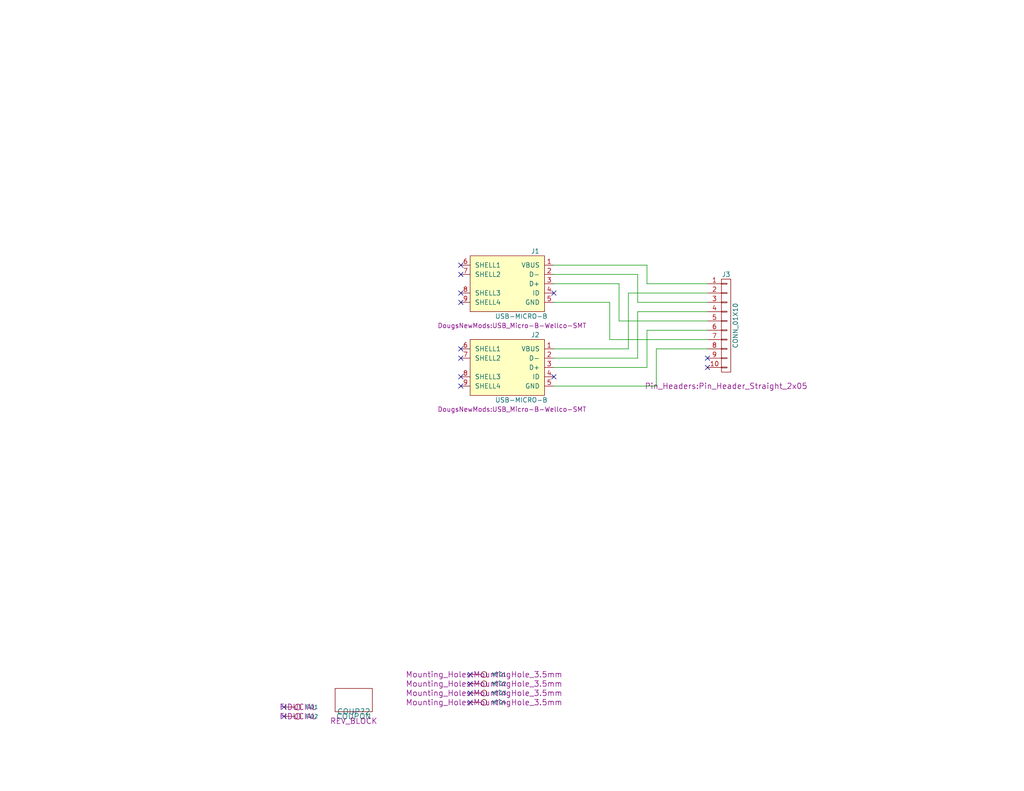
<source format=kicad_sch>
(kicad_sch (version 20211123) (generator eeschema)
  (paper "A")
  (title_block (title "PC-CASE-USB") (date "2022-05-28") (rev "1") (company "land-boards.com"))
  (lib_symbols
    (symbol "PC-Case-USB-rescue:CONN_01X10" (pin_names (offset 1.016) hide)
      (property "Reference" "P" (at 0 13.97 0))
      (property "Value" "CONN_01X10" (at 2.54 0 90))
      (symbol "CONN_01X10_0_1"
        (rectangle (start -1.27 -11.303) (end 0.254 -11.557))
        (rectangle (start -1.27 -8.763) (end 0.254 -9.017))
        (rectangle (start -1.27 -6.223) (end 0.254 -6.477))
        (rectangle (start -1.27 -3.683) (end 0.254 -3.937))
        (rectangle (start -1.27 -1.143) (end 0.254 -1.397))
        (rectangle (start -1.27 1.397) (end 0.254 1.143))
        (rectangle (start -1.27 3.937) (end 0.254 3.683))
        (rectangle (start -1.27 6.477) (end 0.254 6.223))
        (rectangle (start -1.27 9.017) (end 0.254 8.763))
        (rectangle (start -1.27 11.557) (end 0.254 11.303))
        (rectangle (start -1.27 12.7) (end 1.27 -12.7))
      )
      (symbol "CONN_01X10_1_1"
        (pin passive line (at -5.08 11.43 0) (length 3.81) (name "P1") (number "1"))
        (pin passive line (at -5.08 -11.43 0) (length 3.81) (name "P10") (number "10"))
        (pin passive line (at -5.08 8.89 0) (length 3.81) (name "P2") (number "2"))
        (pin passive line (at -5.08 6.35 0) (length 3.81) (name "P3") (number "3"))
        (pin passive line (at -5.08 3.81 0) (length 3.81) (name "P4") (number "4"))
        (pin passive line (at -5.08 1.27 0) (length 3.81) (name "P5") (number "5"))
        (pin passive line (at -5.08 -1.27 0) (length 3.81) (name "P6") (number "6"))
        (pin passive line (at -5.08 -3.81 0) (length 3.81) (name "P7") (number "7"))
        (pin passive line (at -5.08 -6.35 0) (length 3.81) (name "P8") (number "8"))
        (pin passive line (at -5.08 -8.89 0) (length 3.81) (name "P9") (number "9"))
      )
    )
    (symbol "PC-Case-USB-rescue:CONN_1" (pin_numbers hide) (pin_names (offset 0.762) hide)
      (property "Reference" "P" (at 2.032 0 0))
      (symbol "CONN_1_0_1"
        (polyline (pts (xy -0.762 0) (xy -1.27 0)))
        (circle (center 0 0) (radius 0.7874))
      )
      (symbol "CONN_1_1_1"
        (pin passive line (at -3.81 0 0) (length 2.54) (name "1") (number "1"))
      )
    )
    (symbol "PC-Case-USB-rescue:COUPON" (pin_names (offset 1.016))
      (property "Reference" "COUP?" (at 0 0 0))
      (property "Value" "COUPON" (at 0 0 0))
      (symbol "COUPON_0_1"
        (rectangle (start -5.08 0) (end 5.08 6.35))
      )
    )
    (symbol "PC-Case-USB-rescue:USB-MICRO-B" (pin_names (offset 1.27))
      (property "Reference" "CON" (at -7.62 8.89 0))
      (property "Value" "USB-MICRO-B" (at -3.81 -8.89 0))
      (symbol "USB-MICRO-B_0_1"
        (rectangle (start -10.16 7.62) (end 10.16 -7.62) (fill (type background)))
      )
      (symbol "USB-MICRO-B_1_1"
        (pin power_in line (at -12.7 5.08 0) (length 2.54) (name "VBUS") (number "1"))
        (pin bidirectional line (at -12.7 2.54 0) (length 2.54) (name "D-") (number "2"))
        (pin bidirectional line (at -12.7 0 0) (length 2.54) (name "D+") (number "3"))
        (pin bidirectional line (at -12.7 -2.54 0) (length 2.54) (name "ID") (number "4"))
        (pin power_in line (at -12.7 -5.08 0) (length 2.54) (name "GND") (number "5"))
        (pin passive line (at 12.7 5.08 180) (length 2.54) (name "SHELL1") (number "6"))
        (pin passive line (at 12.7 2.54 180) (length 2.54) (name "SHELL2") (number "7"))
        (pin passive line (at 12.7 -2.54 180) (length 2.54) (name "SHELL3") (number "8"))
        (pin passive line (at 12.7 -5.08 180) (length 2.54) (name "SHELL4") (number "9"))
      )
    )
  )
  (no_connect (at 125.73 97.79))
  (no_connect (at 128.27 189.23))
  (no_connect (at 151.13 80.01))
  (no_connect (at 77.47 193.04))
  (no_connect (at 125.73 82.55))
  (no_connect (at 128.27 184.15))
  (no_connect (at 77.47 195.58))
  (no_connect (at 193.04 97.79))
  (no_connect (at 151.13 102.87))
  (no_connect (at 128.27 186.69))
  (no_connect (at 125.73 105.41))
  (no_connect (at 125.73 102.87))
  (no_connect (at 125.73 80.01))
  (no_connect (at 125.73 95.25))
  (no_connect (at 193.04 100.33))
  (no_connect (at 128.27 191.77))
  (no_connect (at 125.73 72.39))
  (no_connect (at 125.73 74.93))
  (wire (pts (xy 173.99 82.55) (xy 173.99 74.93)))
  (wire (pts (xy 151.13 97.79) (xy 173.99 97.79)))
  (wire (pts (xy 176.53 90.17) (xy 193.04 90.17)))
  (wire (pts (xy 168.91 77.47) (xy 151.13 77.47)))
  (wire (pts (xy 173.99 74.93) (xy 151.13 74.93)))
  (wire (pts (xy 151.13 100.33) (xy 176.53 100.33)))
  (wire (pts (xy 176.53 72.39) (xy 176.53 77.47)))
  (wire (pts (xy 166.37 92.71) (xy 166.37 82.55)))
  (wire (pts (xy 193.04 82.55) (xy 173.99 82.55)))
  (wire (pts (xy 173.99 85.09) (xy 193.04 85.09)))
  (wire (pts (xy 176.53 77.47) (xy 193.04 77.47)))
  (wire (pts (xy 171.45 80.01) (xy 193.04 80.01)))
  (wire (pts (xy 176.53 100.33) (xy 176.53 90.17)))
  (wire (pts (xy 193.04 92.71) (xy 166.37 92.71)))
  (wire (pts (xy 171.45 95.25) (xy 171.45 80.01)))
  (wire (pts (xy 179.07 95.25) (xy 179.07 105.41)))
  (wire (pts (xy 179.07 105.41) (xy 151.13 105.41)))
  (wire (pts (xy 151.13 95.25) (xy 171.45 95.25)))
  (wire (pts (xy 168.91 87.63) (xy 168.91 77.47)))
  (wire (pts (xy 151.13 72.39) (xy 176.53 72.39)))
  (wire (pts (xy 193.04 95.25) (xy 179.07 95.25)))
  (wire (pts (xy 173.99 97.79) (xy 173.99 85.09)))
  (wire (pts (xy 166.37 82.55) (xy 151.13 82.55)))
  (wire (pts (xy 193.04 87.63) (xy 168.91 87.63)))
  (symbol (lib_id "PC-Case-USB-rescue:COUPON") (at 96.52 194.31 0) (unit 1)
    (property "Reference" "COUP?2" (at 96.52 194.31 0) (effects (font (size 1.524 1.524))))
    (property "Value" "COUPON" (at 96.52 195.58 0) (effects (font (size 1.524 1.524))))
    (property "Footprint" "REV_BLOCK" (at 96.52 196.85 0) (effects (font (size 1.524 1.524))))
    (property "Datasheet" "~" (at 96.52 194.31 0) (effects (font (size 1.524 1.524))))
  )
  (symbol (lib_id "PC-Case-USB-rescue:CONN_1") (at 81.28 193.04 0) (unit 1)
    (property "Reference" "FID1" (at 83.312 193.04 0) (effects (font (size 1.016 1.016)) (justify left)))
    (property "Value" "CONN_1" (effects hide))
    (property "Footprint" "FIDUCIAL" (at 81.28 193.04 0) (effects (font (size 1.524 1.524))))
  )
  (symbol (lib_id "PC-Case-USB-rescue:CONN_1") (at 81.28 195.58 0) (unit 1)
    (property "Reference" "FID2" (at 83.312 195.58 0) (effects (font (size 1.016 1.016)) (justify left)))
    (property "Value" "CONN_1" (effects hide))
    (property "Footprint" "FIDUCIAL" (at 81.28 195.58 0) (effects (font (size 1.524 1.524))))
  )
  (symbol (lib_id "PC-Case-USB-rescue:USB-MICRO-B") (at 138.43 77.47 0) (mirror y) (unit 1)
    (property "Reference" "J1" (at 146.05 68.58 0))
    (property "Value" "USB-MICRO-B" (at 142.24 86.36 0))
    (property "Footprint" "DougsNewMods:USB_Micro-B-Wellco-SMT" (at 139.7 88.9 0))
  )
  (symbol (lib_id "PC-Case-USB-rescue:USB-MICRO-B") (at 138.43 100.33 0) (mirror y) (unit 1)
    (property "Reference" "J2" (at 146.05 91.44 0))
    (property "Value" "USB-MICRO-B" (at 142.24 109.22 0))
    (property "Footprint" "DougsNewMods:USB_Micro-B-Wellco-SMT" (at 139.7 111.76 0))
  )
  (symbol (lib_id "PC-Case-USB-rescue:CONN_01X10") (at 198.12 88.9 0) (unit 1)
    (property "Reference" "J3" (at 198.12 74.93 0))
    (property "Value" "CONN_01X10" (at 200.66 88.9 90))
    (property "Footprint" "Pin_Headers:Pin_Header_Straight_2x05" (at 198.12 105.41 0) (effects (font (size 1.524 1.524))))
  )
  (symbol (lib_id "PC-Case-USB-rescue:CONN_1") (at 132.08 191.77 0) (unit 1)
    (property "Reference" "MTG4" (at 134.112 191.77 0) (effects (font (size 1.016 1.016)) (justify left)))
    (property "Value" "CONN_1" (effects hide))
    (property "Footprint" "Mounting_Holes:MountingHole_3.5mm" (at 132.08 191.77 0) (effects (font (size 1.524 1.524))))
  )
  (symbol (lib_id "PC-Case-USB-rescue:CONN_1") (at 132.08 189.23 0) (unit 1)
    (property "Reference" "MTG3" (at 134.112 189.23 0) (effects (font (size 1.016 1.016)) (justify left)))
    (property "Value" "CONN_1" (effects hide))
    (property "Footprint" "Mounting_Holes:MountingHole_3.5mm" (at 132.08 189.23 0) (effects (font (size 1.524 1.524))))
  )
  (symbol (lib_id "PC-Case-USB-rescue:CONN_1") (at 132.08 186.69 0) (unit 1)
    (property "Reference" "MTG2" (at 134.112 186.69 0) (effects (font (size 1.016 1.016)) (justify left)))
    (property "Value" "CONN_1" (effects hide))
    (property "Footprint" "Mounting_Holes:MountingHole_3.5mm" (at 132.08 186.69 0) (effects (font (size 1.524 1.524))))
  )
  (symbol (lib_id "PC-Case-USB-rescue:CONN_1") (at 132.08 184.15 0) (unit 1)
    (property "Reference" "MTG1" (at 134.112 184.15 0) (effects (font (size 1.016 1.016)) (justify left)))
    (property "Value" "CONN_1" (effects hide))
    (property "Footprint" "Mounting_Holes:MountingHole_3.5mm" (at 132.08 184.15 0) (effects (font (size 1.524 1.524))))
  )
)
</source>
